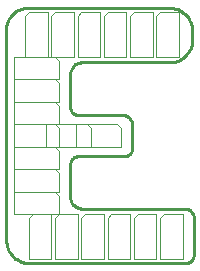
<source format=gto>
G75*
%MOIN*%
%OFA0B0*%
%FSLAX24Y24*%
%IPPOS*%
%LPD*%
%AMOC8*
5,1,8,0,0,1.08239X$1,22.5*
%
%ADD10C,0.0100*%
%ADD11C,0.0040*%
D10*
X003142Y002517D02*
X008354Y002517D01*
X008354Y002516D02*
X008386Y002518D01*
X008418Y002523D01*
X008449Y002532D01*
X008479Y002545D01*
X008507Y002560D01*
X008534Y002579D01*
X008558Y002600D01*
X008579Y002624D01*
X008598Y002651D01*
X008613Y002679D01*
X008626Y002709D01*
X008635Y002740D01*
X008640Y002772D01*
X008642Y002804D01*
X008642Y004042D01*
X008641Y004041D02*
X008636Y004074D01*
X008628Y004107D01*
X008616Y004138D01*
X008601Y004168D01*
X008583Y004196D01*
X008562Y004222D01*
X008539Y004246D01*
X008513Y004268D01*
X008485Y004286D01*
X008455Y004301D01*
X008424Y004314D01*
X008392Y004323D01*
X008359Y004328D01*
X008325Y004330D01*
X008292Y004328D01*
X008292Y004329D02*
X004954Y004329D01*
X004917Y004328D01*
X004879Y004330D01*
X004842Y004336D01*
X004806Y004345D01*
X004770Y004358D01*
X004736Y004374D01*
X004703Y004392D01*
X004673Y004414D01*
X004644Y004439D01*
X004618Y004466D01*
X004594Y004495D01*
X004574Y004526D01*
X004556Y004559D01*
X004541Y004594D01*
X004530Y004630D01*
X004522Y004666D01*
X004517Y004704D01*
X004517Y005829D01*
X004522Y005861D01*
X004531Y005891D01*
X004543Y005920D01*
X004558Y005948D01*
X004576Y005974D01*
X004598Y005998D01*
X004621Y006019D01*
X004647Y006037D01*
X004675Y006053D01*
X004704Y006065D01*
X004735Y006074D01*
X004766Y006079D01*
X004798Y006081D01*
X004829Y006079D01*
X006292Y006079D01*
X006292Y006080D02*
X006323Y006078D01*
X006354Y006080D01*
X006385Y006085D01*
X006414Y006095D01*
X006443Y006107D01*
X006469Y006124D01*
X006494Y006143D01*
X006516Y006165D01*
X006535Y006189D01*
X006551Y006216D01*
X006564Y006244D01*
X006573Y006274D01*
X006579Y006305D01*
X006579Y006304D02*
X006579Y007103D01*
X006578Y007103D02*
X006580Y007136D01*
X006578Y007170D01*
X006572Y007203D01*
X006564Y007235D01*
X006551Y007267D01*
X006536Y007297D01*
X006517Y007325D01*
X006496Y007351D01*
X006472Y007374D01*
X006446Y007395D01*
X006417Y007413D01*
X006387Y007428D01*
X006356Y007440D01*
X006323Y007448D01*
X006290Y007453D01*
X006291Y007454D02*
X004756Y007454D01*
X004756Y007455D02*
X004726Y007460D01*
X004696Y007469D01*
X004668Y007480D01*
X004642Y007495D01*
X004617Y007513D01*
X004594Y007533D01*
X004574Y007556D01*
X004556Y007581D01*
X004542Y007608D01*
X004530Y007636D01*
X004522Y007665D01*
X004517Y007695D01*
X004515Y007726D01*
X004517Y007756D01*
X004517Y008804D01*
X004519Y008843D01*
X004525Y008882D01*
X004534Y008920D01*
X004547Y008957D01*
X004564Y008993D01*
X004584Y009026D01*
X004608Y009058D01*
X004634Y009087D01*
X004663Y009113D01*
X004695Y009137D01*
X004728Y009157D01*
X004764Y009174D01*
X004801Y009187D01*
X004839Y009196D01*
X004878Y009202D01*
X004917Y009204D01*
X007915Y009204D01*
X007969Y009212D01*
X008022Y009225D01*
X008074Y009241D01*
X008125Y009261D01*
X008174Y009284D01*
X008221Y009311D01*
X008267Y009341D01*
X008310Y009375D01*
X008350Y009411D01*
X008388Y009450D01*
X008423Y009492D01*
X008455Y009536D01*
X008484Y009583D01*
X008510Y009631D01*
X008531Y009681D01*
X008550Y009732D01*
X008564Y009785D01*
X008575Y009838D01*
X008582Y009892D01*
X008585Y009947D01*
X008584Y010001D01*
X008579Y010056D01*
X008579Y010216D01*
X008582Y010268D01*
X008581Y010321D01*
X008576Y010374D01*
X008567Y010426D01*
X008555Y010477D01*
X008539Y010528D01*
X008519Y010577D01*
X008496Y010625D01*
X008470Y010670D01*
X008440Y010714D01*
X008407Y010756D01*
X008372Y010795D01*
X008334Y010832D01*
X008293Y010865D01*
X008250Y010896D01*
X008205Y010924D01*
X008158Y010948D01*
X008109Y010969D01*
X008059Y010986D01*
X008008Y011000D01*
X007956Y011010D01*
X007903Y011016D01*
X007903Y011017D02*
X003017Y011017D01*
X003017Y011016D02*
X002965Y011010D01*
X002915Y010999D01*
X002865Y010985D01*
X002817Y010967D01*
X002770Y010946D01*
X002725Y010921D01*
X002681Y010893D01*
X002640Y010862D01*
X002602Y010827D01*
X002566Y010790D01*
X002533Y010751D01*
X002503Y010709D01*
X002476Y010664D01*
X002453Y010618D01*
X002433Y010571D01*
X002417Y010522D01*
X002404Y010472D01*
X002395Y010421D01*
X002390Y010370D01*
X002389Y010318D01*
X002392Y010267D01*
X002392Y003267D01*
X002394Y003213D01*
X002400Y003160D01*
X002409Y003108D01*
X002422Y003056D01*
X002439Y003005D01*
X002460Y002955D01*
X002484Y002908D01*
X002511Y002862D01*
X002542Y002818D01*
X002575Y002776D01*
X002612Y002737D01*
X002651Y002700D01*
X002693Y002667D01*
X002737Y002636D01*
X002783Y002609D01*
X002830Y002585D01*
X002880Y002564D01*
X002931Y002547D01*
X002983Y002534D01*
X003035Y002525D01*
X003088Y002519D01*
X003142Y002517D01*
D11*
X003142Y002642D02*
X003142Y004017D01*
X003267Y004142D01*
X003892Y004142D01*
X003892Y002642D01*
X003142Y002642D01*
X004017Y002642D02*
X004017Y004017D01*
X004142Y004142D01*
X002642Y004142D01*
X002642Y004892D01*
X004017Y004892D01*
X004142Y004767D01*
X004142Y004142D01*
X004767Y004142D01*
X004767Y002642D01*
X004017Y002642D01*
X004892Y002642D02*
X004892Y004017D01*
X005017Y004142D01*
X005642Y004142D01*
X005642Y002642D01*
X004892Y002642D01*
X005767Y002642D02*
X005767Y004017D01*
X005892Y004142D01*
X006517Y004142D01*
X006517Y002642D01*
X005767Y002642D01*
X006642Y002642D02*
X006642Y004017D01*
X006767Y004142D01*
X007392Y004142D01*
X007392Y002642D01*
X006642Y002642D01*
X007517Y002642D02*
X007517Y004017D01*
X007642Y004142D01*
X008267Y004142D01*
X008267Y002642D01*
X007517Y002642D01*
X004142Y004892D02*
X002642Y004892D01*
X002642Y005642D01*
X004017Y005642D01*
X004142Y005517D01*
X004142Y004892D01*
X004142Y005642D02*
X002642Y005642D01*
X002642Y006392D01*
X002642Y007142D01*
X004017Y007142D01*
X004142Y007017D01*
X004142Y006392D01*
X002642Y006392D01*
X004017Y006392D01*
X004142Y006267D01*
X004142Y005642D01*
X003704Y006392D02*
X003704Y007142D01*
X005079Y007142D01*
X005204Y007017D01*
X005204Y006392D01*
X003704Y006392D01*
X004142Y007142D02*
X002642Y007142D01*
X002642Y007892D01*
X004017Y007892D01*
X004142Y007767D01*
X004142Y007142D01*
X004704Y007142D02*
X006079Y007142D01*
X006204Y007017D01*
X006204Y006392D01*
X004704Y006392D01*
X004704Y007142D01*
X004142Y007892D02*
X002642Y007892D01*
X002642Y008642D01*
X004017Y008642D01*
X004142Y008517D01*
X004142Y007892D01*
X004142Y008642D02*
X002642Y008642D01*
X002642Y009392D01*
X004017Y009392D01*
X004142Y009267D01*
X004142Y008642D01*
X003892Y009392D02*
X003892Y010767D01*
X004017Y010892D01*
X004642Y010892D01*
X004642Y009392D01*
X003892Y009392D01*
X003767Y009392D02*
X003017Y009392D01*
X003017Y010767D01*
X003142Y010892D01*
X003767Y010892D01*
X003767Y009392D01*
X004767Y009392D02*
X004767Y010767D01*
X004892Y010892D01*
X005517Y010892D01*
X005517Y009392D01*
X004767Y009392D01*
X005642Y009392D02*
X005642Y010767D01*
X005767Y010892D01*
X006392Y010892D01*
X006392Y009392D01*
X005642Y009392D01*
X006517Y009392D02*
X006517Y010767D01*
X006642Y010892D01*
X007267Y010892D01*
X007267Y009392D01*
X006517Y009392D01*
X007392Y009392D02*
X007392Y010767D01*
X007517Y010892D01*
X008142Y010892D01*
X008142Y009392D01*
X007392Y009392D01*
M02*

</source>
